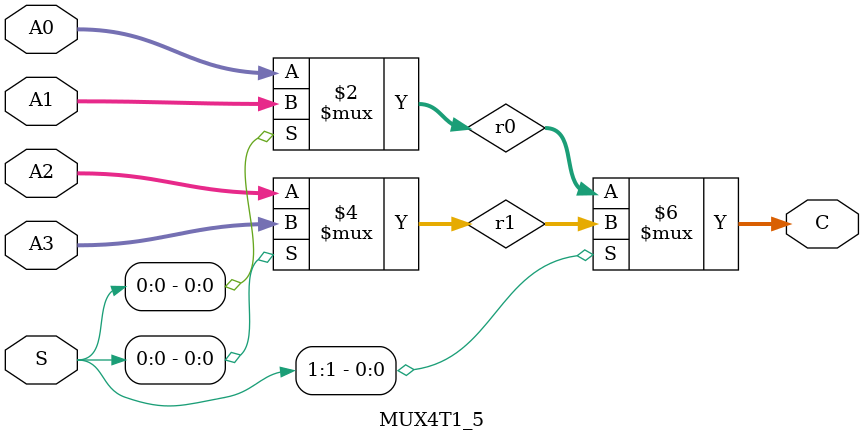
<source format=v>
`timescale 1ns / 1ps
module MUX4T1_5(
	input [4:0]A0,
	input [4:0]A1,
	input [4:0]A2,
	input [4:0]A3,
	input [1:0]S,
	output [4:0]C
    );
wire [4:0]r0;
wire [4:0]r1;

assign r0=(S[0]==0)?A0:A1;
assign r1=(S[0]==0)?A2:A3;

assign C=(S[1]==0)?r0:r1;

endmodule

</source>
